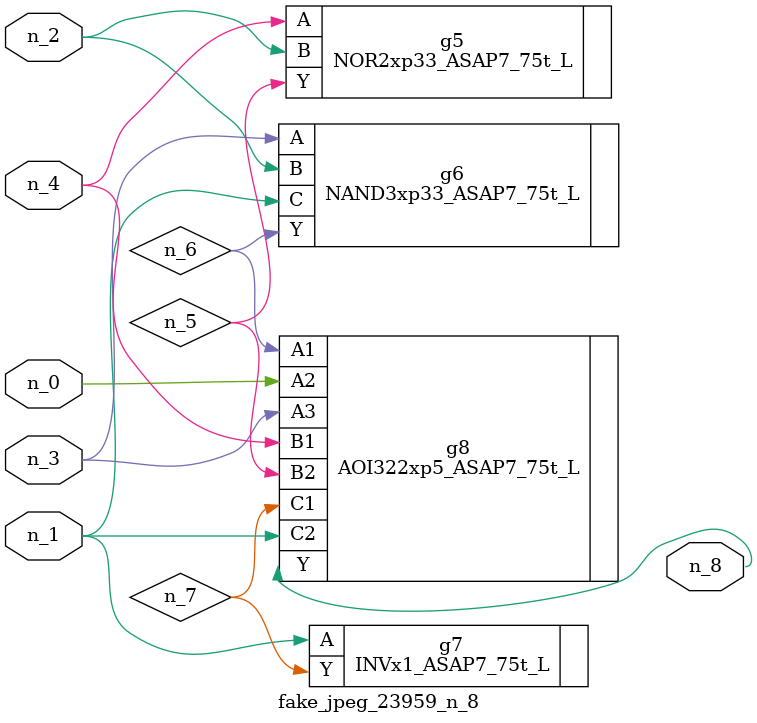
<source format=v>
module fake_jpeg_23959_n_8 (n_3, n_2, n_1, n_0, n_4, n_8);

input n_3;
input n_2;
input n_1;
input n_0;
input n_4;

output n_8;

wire n_6;
wire n_5;
wire n_7;

NOR2xp33_ASAP7_75t_L g5 ( 
.A(n_4),
.B(n_2),
.Y(n_5)
);

NAND3xp33_ASAP7_75t_L g6 ( 
.A(n_3),
.B(n_2),
.C(n_1),
.Y(n_6)
);

INVx1_ASAP7_75t_L g7 ( 
.A(n_1),
.Y(n_7)
);

AOI322xp5_ASAP7_75t_L g8 ( 
.A1(n_6),
.A2(n_0),
.A3(n_3),
.B1(n_4),
.B2(n_5),
.C1(n_7),
.C2(n_1),
.Y(n_8)
);


endmodule
</source>
